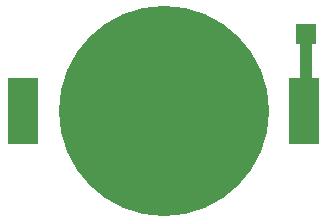
<source format=gbr>
G04 #@! TF.GenerationSoftware,KiCad,Pcbnew,5.1.5+dfsg1-2build2*
G04 #@! TF.CreationDate,2022-06-06T17:05:41+01:00*
G04 #@! TF.ProjectId,rampack-battery-1,72616d70-6163-46b2-9d62-617474657279,rev?*
G04 #@! TF.SameCoordinates,Original*
G04 #@! TF.FileFunction,Copper,L1,Top*
G04 #@! TF.FilePolarity,Positive*
%FSLAX46Y46*%
G04 Gerber Fmt 4.6, Leading zero omitted, Abs format (unit mm)*
G04 Created by KiCad (PCBNEW 5.1.5+dfsg1-2build2) date 2022-06-06 17:05:41*
%MOMM*%
%LPD*%
G04 APERTURE LIST*
%ADD10R,2.600000X5.560000*%
%ADD11C,17.800000*%
%ADD12R,1.700000X1.700000*%
%ADD13C,1.000000*%
G04 APERTURE END LIST*
D10*
X-19905000Y18000000D03*
X3905000Y18000000D03*
D11*
X-8000000Y18000000D03*
D12*
X-4500000Y17500000D03*
X4000000Y24500000D03*
D13*
X4000000Y18095000D02*
X3905000Y18000000D01*
X4000000Y24500000D02*
X4000000Y18095000D01*
M02*

</source>
